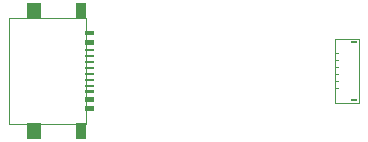
<source format=gbr>
G04*
G04 #@! TF.GenerationSoftware,Altium Limited,Altium Designer,24.8.2 (39)*
G04*
G04 Layer_Color=32768*
%FSLAX25Y25*%
%MOIN*%
G70*
G04*
G04 #@! TF.SameCoordinates,C8608415-0D93-4E33-BC52-9C0F9C252278*
G04*
G04*
G04 #@! TF.FilePolarity,Positive*
G04*
G01*
G75*
%ADD30C,0.00200*%
G36*
X25610Y48937D02*
X25609D01*
Y45079D01*
X22460D01*
Y50118D01*
X25610D01*
Y48937D01*
D02*
G37*
G36*
X10649D02*
Y45079D01*
X5925Y45079D01*
Y48937D01*
Y50118D01*
X10649D01*
Y48937D01*
D02*
G37*
G36*
X28405Y39410D02*
X25256D01*
Y40984D01*
X28405D01*
Y39410D01*
D02*
G37*
G36*
X115895Y36969D02*
X113927D01*
Y37441D01*
X115895D01*
Y36969D01*
D02*
G37*
G36*
X28405Y36260D02*
X25256D01*
Y37835D01*
X28405D01*
Y36260D01*
D02*
G37*
G36*
Y34055D02*
X25256D01*
Y34843D01*
X28405D01*
Y34055D01*
D02*
G37*
G36*
X109939Y33228D02*
X108758D01*
Y33700D01*
X109939D01*
Y33228D01*
D02*
G37*
G36*
X28405Y32087D02*
X25256D01*
Y32874D01*
X28405D01*
Y32087D01*
D02*
G37*
G36*
X109939Y30866D02*
X108758D01*
Y31339D01*
X109939D01*
Y30866D01*
D02*
G37*
G36*
X28405Y30118D02*
X25256D01*
Y30906D01*
X28405D01*
Y30118D01*
D02*
G37*
G36*
X109939Y28504D02*
X108758D01*
Y28977D01*
X109939D01*
Y28504D01*
D02*
G37*
G36*
X28405Y28150D02*
X25256D01*
Y28937D01*
X28405D01*
Y28150D01*
D02*
G37*
G36*
X28405Y26181D02*
X25256D01*
Y26969D01*
X28405D01*
Y26181D01*
D02*
G37*
G36*
X109939Y26142D02*
X108758D01*
Y26615D01*
X109939D01*
Y26142D01*
D02*
G37*
G36*
X28405Y24213D02*
X25256D01*
Y25000D01*
X28405D01*
Y24213D01*
D02*
G37*
G36*
X109939Y23779D02*
X108758D01*
Y24252D01*
X109939D01*
Y23779D01*
D02*
G37*
G36*
X28405Y22244D02*
X25256D01*
Y23031D01*
X28405D01*
Y22244D01*
D02*
G37*
G36*
X109939Y21417D02*
X108758D01*
Y21890D01*
X109939D01*
Y21417D01*
D02*
G37*
G36*
X28405Y20276D02*
X25256D01*
Y21063D01*
X28405D01*
Y20276D01*
D02*
G37*
G36*
X115895Y17677D02*
X113927D01*
Y18149D01*
X115895D01*
Y17677D01*
D02*
G37*
G36*
X28405Y17284D02*
X25256D01*
Y18858D01*
X28405D01*
Y17284D01*
D02*
G37*
G36*
X108758Y17165D02*
Y17165D01*
X108853Y17161D01*
X108984Y17024D01*
X108984Y16835D01*
X108853Y16698D01*
X108758Y16693D01*
X108663Y16698D01*
X108532Y16835D01*
X108532Y17024D01*
X108663Y17161D01*
X108758Y17165D01*
D01*
X108758D01*
X108758D01*
D02*
G37*
G36*
X28405Y14134D02*
X25256D01*
Y15709D01*
X28405D01*
Y14134D01*
D02*
G37*
G36*
X25610Y6181D02*
X25610D01*
Y5000D01*
X22460D01*
Y5000D01*
X22460D01*
X22460Y10039D01*
X25610D01*
Y6181D01*
D02*
G37*
G36*
X10649Y5000D02*
Y5000D01*
X5925D01*
Y5000D01*
Y10039D01*
X10649D01*
Y5000D01*
D02*
G37*
D30*
X20Y45158D02*
X25610D01*
Y9961D02*
Y45158D01*
X20Y9961D02*
X25610D01*
X20D02*
Y45158D01*
X116632Y16929D02*
Y38189D01*
X108758D02*
X116632D01*
X108758Y16929D02*
Y38189D01*
Y16929D02*
X116632D01*
M02*

</source>
